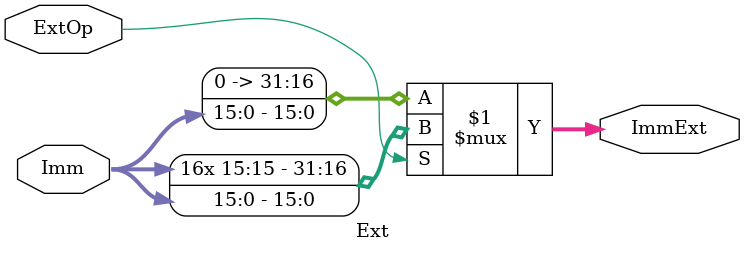
<source format=v>
`timescale 1ns / 1ps
module Ext(
    input [15:0] Imm,
	 input ExtOp,
	 output[31:0] ImmExt
    );

	assign ImmExt=(ExtOp)?{{16{Imm[15]}},Imm}:{16'h0000,Imm};

endmodule

</source>
